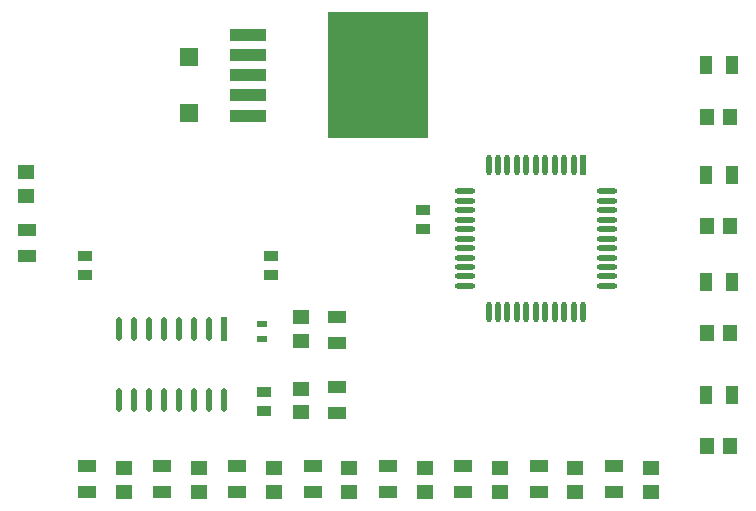
<source format=gtp>
%FSLAX25Y25*%
%MOIN*%
G70*
G01*
G75*
G04 Layer_Color=8421504*
%ADD10R,0.33465X0.42126*%
%ADD11R,0.12205X0.04331*%
%ADD12R,0.05906X0.03937*%
%ADD13R,0.05512X0.04724*%
%ADD14R,0.05906X0.05906*%
%ADD15R,0.01969X0.07874*%
%ADD16O,0.01969X0.07874*%
%ADD17R,0.04921X0.03543*%
%ADD18R,0.03543X0.02362*%
%ADD19R,0.03937X0.05906*%
%ADD20R,0.04724X0.05512*%
%ADD21R,0.01969X0.06890*%
%ADD22O,0.01969X0.06890*%
%ADD23O,0.06890X0.01969*%
%ADD24C,0.03937*%
%ADD25C,0.01000*%
%ADD26C,0.02362*%
%ADD27C,0.03150*%
%ADD28C,0.01969*%
%ADD29C,0.01575*%
%ADD30C,0.17716*%
%ADD31R,0.08268X0.08268*%
%ADD32C,0.08268*%
%ADD33R,0.08268X0.08268*%
%ADD34R,0.06102X0.06102*%
%ADD35C,0.06102*%
%ADD36R,0.06102X0.06102*%
%ADD37C,0.05906*%
%ADD38C,0.04724*%
%ADD39R,0.04724X0.04724*%
G04:AMPARAMS|DCode=40|XSize=98.43mil|YSize=118.11mil|CornerRadius=24.61mil|HoleSize=0mil|Usage=FLASHONLY|Rotation=90.000|XOffset=0mil|YOffset=0mil|HoleType=Round|Shape=RoundedRectangle|*
%AMROUNDEDRECTD40*
21,1,0.09843,0.06890,0,0,90.0*
21,1,0.04921,0.11811,0,0,90.0*
1,1,0.04921,0.03445,0.02461*
1,1,0.04921,0.03445,-0.02461*
1,1,0.04921,-0.03445,-0.02461*
1,1,0.04921,-0.03445,0.02461*
%
%ADD40ROUNDEDRECTD40*%
%ADD41R,0.11811X0.09843*%
%ADD42C,0.11811*%
%ADD43C,0.04724*%
%ADD44R,0.04724X0.04724*%
%ADD45C,0.06200*%
%ADD46R,0.05906X0.05906*%
%ADD47C,0.01969*%
%ADD48R,0.02362X0.05906*%
%ADD49R,0.04724X0.03937*%
%ADD50R,0.04724X0.03543*%
%ADD51R,0.05118X0.03543*%
%ADD52R,0.03543X0.04921*%
%ADD53C,0.00787*%
%ADD54C,0.00394*%
%ADD55C,0.01200*%
%ADD56C,0.00591*%
%ADD57C,0.00500*%
%ADD58C,0.00400*%
%ADD59C,0.00600*%
%ADD60C,0.00236*%
%ADD61C,0.00984*%
%ADD62C,0.02362*%
D10*
X358654Y377000D02*
D03*
D11*
X315346Y363598D02*
D03*
Y370299D02*
D03*
Y377000D02*
D03*
Y383701D02*
D03*
Y390402D02*
D03*
D12*
X261638Y246638D02*
D03*
Y237976D02*
D03*
X286734Y246638D02*
D03*
Y237976D02*
D03*
X311830Y246638D02*
D03*
Y237976D02*
D03*
X336926Y246638D02*
D03*
Y237976D02*
D03*
X362022Y246638D02*
D03*
Y237976D02*
D03*
X387118Y246638D02*
D03*
Y237976D02*
D03*
X412214Y246638D02*
D03*
Y237976D02*
D03*
X241740Y325394D02*
D03*
Y316732D02*
D03*
X437310Y246638D02*
D03*
Y237976D02*
D03*
X344905Y273268D02*
D03*
Y264606D02*
D03*
Y287945D02*
D03*
Y296606D02*
D03*
D13*
X273871Y238213D02*
D03*
Y246087D02*
D03*
X298967Y238213D02*
D03*
Y246087D02*
D03*
X324063Y238213D02*
D03*
Y246087D02*
D03*
X349159Y238213D02*
D03*
Y246087D02*
D03*
X374255Y238213D02*
D03*
Y246087D02*
D03*
X399351Y238213D02*
D03*
Y246087D02*
D03*
X424447Y238213D02*
D03*
Y246087D02*
D03*
X449543Y238213D02*
D03*
Y246087D02*
D03*
X241425Y344685D02*
D03*
Y336811D02*
D03*
X332906Y272606D02*
D03*
Y264732D02*
D03*
Y288606D02*
D03*
Y296480D02*
D03*
D14*
X295756Y364370D02*
D03*
Y383071D02*
D03*
D15*
X307173Y292323D02*
D03*
D16*
X302173D02*
D03*
X297173D02*
D03*
X292173D02*
D03*
X287173D02*
D03*
X282173D02*
D03*
X277173D02*
D03*
X272173D02*
D03*
Y268701D02*
D03*
X277173D02*
D03*
X282173D02*
D03*
X287173D02*
D03*
X292173D02*
D03*
X297173D02*
D03*
X302173D02*
D03*
X307173D02*
D03*
D17*
X320559Y271457D02*
D03*
Y265158D02*
D03*
X322921Y310433D02*
D03*
X322921Y316732D02*
D03*
X261110Y310433D02*
D03*
Y316732D02*
D03*
X373709Y325787D02*
D03*
Y332087D02*
D03*
D18*
X320165Y294291D02*
D03*
Y289173D02*
D03*
D19*
X476630Y270521D02*
D03*
X467969D02*
D03*
X476630Y380394D02*
D03*
X467969D02*
D03*
X476630Y308145D02*
D03*
X467969D02*
D03*
X476630Y343769D02*
D03*
X467969D02*
D03*
D20*
X468205Y253394D02*
D03*
X476079D02*
D03*
X468205Y363266D02*
D03*
X476079D02*
D03*
X468205Y291018D02*
D03*
X476079D02*
D03*
X468205Y326642D02*
D03*
X476079D02*
D03*
D21*
X427000Y347000D02*
D03*
D22*
X423850D02*
D03*
X420701D02*
D03*
X417551D02*
D03*
X414402D02*
D03*
X411252D02*
D03*
X408102D02*
D03*
X404953D02*
D03*
X401803D02*
D03*
X398654D02*
D03*
X395504D02*
D03*
X395504Y298181D02*
D03*
X398654D02*
D03*
X401803D02*
D03*
X404953D02*
D03*
X408102D02*
D03*
X411252D02*
D03*
X414402D02*
D03*
X417551D02*
D03*
X420701D02*
D03*
X423850D02*
D03*
X427000D02*
D03*
D23*
X387630Y338339D02*
D03*
Y335189D02*
D03*
Y332039D02*
D03*
Y328890D02*
D03*
Y325740D02*
D03*
Y322590D02*
D03*
Y319441D02*
D03*
Y316291D02*
D03*
Y313142D02*
D03*
X387630Y309992D02*
D03*
Y306842D02*
D03*
X434874D02*
D03*
Y309992D02*
D03*
Y313142D02*
D03*
Y316291D02*
D03*
Y319441D02*
D03*
Y322590D02*
D03*
Y325740D02*
D03*
Y328890D02*
D03*
Y332039D02*
D03*
Y335189D02*
D03*
Y338339D02*
D03*
M02*

</source>
